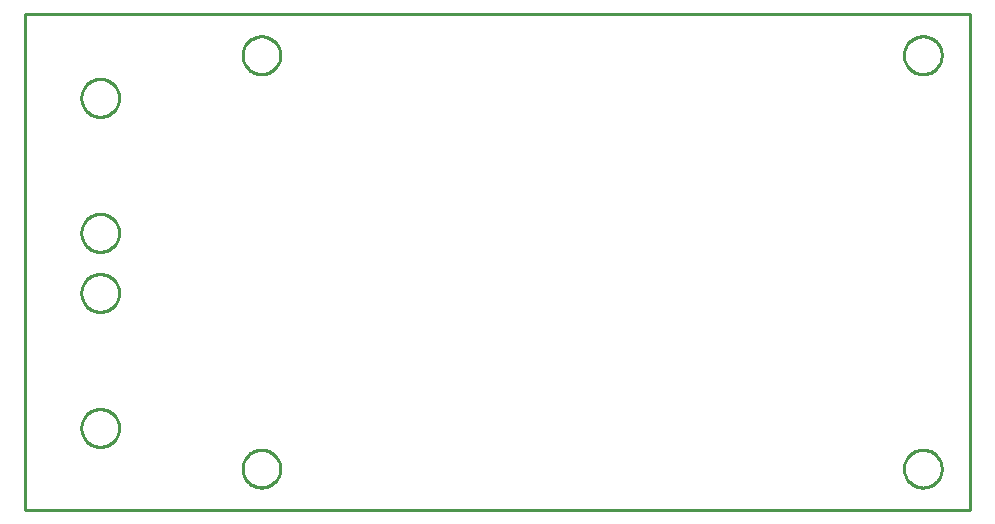
<source format=gbr>
G04 EAGLE Gerber RS-274X export*
G75*
%MOMM*%
%FSLAX34Y34*%
%LPD*%
%IN*%
%IPPOS*%
%AMOC8*
5,1,8,0,0,1.08239X$1,22.5*%
G01*
%ADD10C,0.254000*%


D10*
X0Y0D02*
X800000Y0D01*
X800000Y420000D01*
X0Y420000D01*
X0Y0D01*
X776000Y384476D02*
X775932Y383431D01*
X775795Y382392D01*
X775590Y381365D01*
X775319Y380353D01*
X774983Y379361D01*
X774582Y378393D01*
X774118Y377454D01*
X773595Y376546D01*
X773013Y375675D01*
X772375Y374844D01*
X771684Y374057D01*
X770943Y373316D01*
X770156Y372625D01*
X769325Y371988D01*
X768454Y371406D01*
X767546Y370882D01*
X766607Y370418D01*
X765639Y370017D01*
X764647Y369681D01*
X763635Y369410D01*
X762608Y369205D01*
X761569Y369069D01*
X760524Y369000D01*
X759476Y369000D01*
X758431Y369069D01*
X757392Y369205D01*
X756365Y369410D01*
X755353Y369681D01*
X754361Y370017D01*
X753393Y370418D01*
X752454Y370882D01*
X751546Y371406D01*
X750675Y371988D01*
X749844Y372625D01*
X749057Y373316D01*
X748316Y374057D01*
X747625Y374844D01*
X746988Y375675D01*
X746406Y376546D01*
X745882Y377454D01*
X745418Y378393D01*
X745017Y379361D01*
X744681Y380353D01*
X744410Y381365D01*
X744205Y382392D01*
X744069Y383431D01*
X744000Y384476D01*
X744000Y385524D01*
X744069Y386569D01*
X744205Y387608D01*
X744410Y388635D01*
X744681Y389647D01*
X745017Y390639D01*
X745418Y391607D01*
X745882Y392546D01*
X746406Y393454D01*
X746988Y394325D01*
X747625Y395156D01*
X748316Y395943D01*
X749057Y396684D01*
X749844Y397375D01*
X750675Y398013D01*
X751546Y398595D01*
X752454Y399118D01*
X753393Y399582D01*
X754361Y399983D01*
X755353Y400319D01*
X756365Y400590D01*
X757392Y400795D01*
X758431Y400932D01*
X759476Y401000D01*
X760524Y401000D01*
X761569Y400932D01*
X762608Y400795D01*
X763635Y400590D01*
X764647Y400319D01*
X765639Y399983D01*
X766607Y399582D01*
X767546Y399118D01*
X768454Y398595D01*
X769325Y398013D01*
X770156Y397375D01*
X770943Y396684D01*
X771684Y395943D01*
X772375Y395156D01*
X773013Y394325D01*
X773595Y393454D01*
X774118Y392546D01*
X774582Y391607D01*
X774983Y390639D01*
X775319Y389647D01*
X775590Y388635D01*
X775795Y387608D01*
X775932Y386569D01*
X776000Y385524D01*
X776000Y384476D01*
X776000Y34476D02*
X775932Y33431D01*
X775795Y32392D01*
X775590Y31365D01*
X775319Y30353D01*
X774983Y29361D01*
X774582Y28393D01*
X774118Y27454D01*
X773595Y26546D01*
X773013Y25675D01*
X772375Y24844D01*
X771684Y24057D01*
X770943Y23316D01*
X770156Y22625D01*
X769325Y21988D01*
X768454Y21406D01*
X767546Y20882D01*
X766607Y20418D01*
X765639Y20017D01*
X764647Y19681D01*
X763635Y19410D01*
X762608Y19205D01*
X761569Y19069D01*
X760524Y19000D01*
X759476Y19000D01*
X758431Y19069D01*
X757392Y19205D01*
X756365Y19410D01*
X755353Y19681D01*
X754361Y20017D01*
X753393Y20418D01*
X752454Y20882D01*
X751546Y21406D01*
X750675Y21988D01*
X749844Y22625D01*
X749057Y23316D01*
X748316Y24057D01*
X747625Y24844D01*
X746988Y25675D01*
X746406Y26546D01*
X745882Y27454D01*
X745418Y28393D01*
X745017Y29361D01*
X744681Y30353D01*
X744410Y31365D01*
X744205Y32392D01*
X744069Y33431D01*
X744000Y34476D01*
X744000Y35524D01*
X744069Y36569D01*
X744205Y37608D01*
X744410Y38635D01*
X744681Y39647D01*
X745017Y40639D01*
X745418Y41607D01*
X745882Y42546D01*
X746406Y43454D01*
X746988Y44325D01*
X747625Y45156D01*
X748316Y45943D01*
X749057Y46684D01*
X749844Y47375D01*
X750675Y48013D01*
X751546Y48595D01*
X752454Y49118D01*
X753393Y49582D01*
X754361Y49983D01*
X755353Y50319D01*
X756365Y50590D01*
X757392Y50795D01*
X758431Y50932D01*
X759476Y51000D01*
X760524Y51000D01*
X761569Y50932D01*
X762608Y50795D01*
X763635Y50590D01*
X764647Y50319D01*
X765639Y49983D01*
X766607Y49582D01*
X767546Y49118D01*
X768454Y48595D01*
X769325Y48013D01*
X770156Y47375D01*
X770943Y46684D01*
X771684Y45943D01*
X772375Y45156D01*
X773013Y44325D01*
X773595Y43454D01*
X774118Y42546D01*
X774582Y41607D01*
X774983Y40639D01*
X775319Y39647D01*
X775590Y38635D01*
X775795Y37608D01*
X775932Y36569D01*
X776000Y35524D01*
X776000Y34476D01*
X216000Y384476D02*
X215932Y383431D01*
X215795Y382392D01*
X215590Y381365D01*
X215319Y380353D01*
X214983Y379361D01*
X214582Y378393D01*
X214118Y377454D01*
X213595Y376546D01*
X213013Y375675D01*
X212375Y374844D01*
X211684Y374057D01*
X210943Y373316D01*
X210156Y372625D01*
X209325Y371988D01*
X208454Y371406D01*
X207546Y370882D01*
X206607Y370418D01*
X205639Y370017D01*
X204647Y369681D01*
X203635Y369410D01*
X202608Y369205D01*
X201569Y369069D01*
X200524Y369000D01*
X199476Y369000D01*
X198431Y369069D01*
X197392Y369205D01*
X196365Y369410D01*
X195353Y369681D01*
X194361Y370017D01*
X193393Y370418D01*
X192454Y370882D01*
X191546Y371406D01*
X190675Y371988D01*
X189844Y372625D01*
X189057Y373316D01*
X188316Y374057D01*
X187625Y374844D01*
X186988Y375675D01*
X186406Y376546D01*
X185882Y377454D01*
X185418Y378393D01*
X185017Y379361D01*
X184681Y380353D01*
X184410Y381365D01*
X184205Y382392D01*
X184069Y383431D01*
X184000Y384476D01*
X184000Y385524D01*
X184069Y386569D01*
X184205Y387608D01*
X184410Y388635D01*
X184681Y389647D01*
X185017Y390639D01*
X185418Y391607D01*
X185882Y392546D01*
X186406Y393454D01*
X186988Y394325D01*
X187625Y395156D01*
X188316Y395943D01*
X189057Y396684D01*
X189844Y397375D01*
X190675Y398013D01*
X191546Y398595D01*
X192454Y399118D01*
X193393Y399582D01*
X194361Y399983D01*
X195353Y400319D01*
X196365Y400590D01*
X197392Y400795D01*
X198431Y400932D01*
X199476Y401000D01*
X200524Y401000D01*
X201569Y400932D01*
X202608Y400795D01*
X203635Y400590D01*
X204647Y400319D01*
X205639Y399983D01*
X206607Y399582D01*
X207546Y399118D01*
X208454Y398595D01*
X209325Y398013D01*
X210156Y397375D01*
X210943Y396684D01*
X211684Y395943D01*
X212375Y395156D01*
X213013Y394325D01*
X213595Y393454D01*
X214118Y392546D01*
X214582Y391607D01*
X214983Y390639D01*
X215319Y389647D01*
X215590Y388635D01*
X215795Y387608D01*
X215932Y386569D01*
X216000Y385524D01*
X216000Y384476D01*
X216000Y34476D02*
X215932Y33431D01*
X215795Y32392D01*
X215590Y31365D01*
X215319Y30353D01*
X214983Y29361D01*
X214582Y28393D01*
X214118Y27454D01*
X213595Y26546D01*
X213013Y25675D01*
X212375Y24844D01*
X211684Y24057D01*
X210943Y23316D01*
X210156Y22625D01*
X209325Y21988D01*
X208454Y21406D01*
X207546Y20882D01*
X206607Y20418D01*
X205639Y20017D01*
X204647Y19681D01*
X203635Y19410D01*
X202608Y19205D01*
X201569Y19069D01*
X200524Y19000D01*
X199476Y19000D01*
X198431Y19069D01*
X197392Y19205D01*
X196365Y19410D01*
X195353Y19681D01*
X194361Y20017D01*
X193393Y20418D01*
X192454Y20882D01*
X191546Y21406D01*
X190675Y21988D01*
X189844Y22625D01*
X189057Y23316D01*
X188316Y24057D01*
X187625Y24844D01*
X186988Y25675D01*
X186406Y26546D01*
X185882Y27454D01*
X185418Y28393D01*
X185017Y29361D01*
X184681Y30353D01*
X184410Y31365D01*
X184205Y32392D01*
X184069Y33431D01*
X184000Y34476D01*
X184000Y35524D01*
X184069Y36569D01*
X184205Y37608D01*
X184410Y38635D01*
X184681Y39647D01*
X185017Y40639D01*
X185418Y41607D01*
X185882Y42546D01*
X186406Y43454D01*
X186988Y44325D01*
X187625Y45156D01*
X188316Y45943D01*
X189057Y46684D01*
X189844Y47375D01*
X190675Y48013D01*
X191546Y48595D01*
X192454Y49118D01*
X193393Y49582D01*
X194361Y49983D01*
X195353Y50319D01*
X196365Y50590D01*
X197392Y50795D01*
X198431Y50932D01*
X199476Y51000D01*
X200524Y51000D01*
X201569Y50932D01*
X202608Y50795D01*
X203635Y50590D01*
X204647Y50319D01*
X205639Y49983D01*
X206607Y49582D01*
X207546Y49118D01*
X208454Y48595D01*
X209325Y48013D01*
X210156Y47375D01*
X210943Y46684D01*
X211684Y45943D01*
X212375Y45156D01*
X213013Y44325D01*
X213595Y43454D01*
X214118Y42546D01*
X214582Y41607D01*
X214983Y40639D01*
X215319Y39647D01*
X215590Y38635D01*
X215795Y37608D01*
X215932Y36569D01*
X216000Y35524D01*
X216000Y34476D01*
X62976Y167750D02*
X61931Y167819D01*
X60892Y167955D01*
X59865Y168160D01*
X58853Y168431D01*
X57861Y168767D01*
X56893Y169168D01*
X55954Y169632D01*
X55046Y170156D01*
X54175Y170738D01*
X53344Y171375D01*
X52557Y172066D01*
X51816Y172807D01*
X51125Y173594D01*
X50488Y174425D01*
X49906Y175296D01*
X49382Y176204D01*
X48918Y177143D01*
X48517Y178111D01*
X48181Y179103D01*
X47910Y180115D01*
X47705Y181142D01*
X47569Y182181D01*
X47500Y183226D01*
X47500Y184274D01*
X47569Y185319D01*
X47705Y186358D01*
X47910Y187385D01*
X48181Y188397D01*
X48517Y189389D01*
X48918Y190357D01*
X49382Y191296D01*
X49906Y192204D01*
X50488Y193075D01*
X51125Y193906D01*
X51816Y194693D01*
X52557Y195434D01*
X53344Y196125D01*
X54175Y196763D01*
X55046Y197345D01*
X55954Y197868D01*
X56893Y198332D01*
X57861Y198733D01*
X58853Y199069D01*
X59865Y199340D01*
X60892Y199545D01*
X61931Y199682D01*
X62976Y199750D01*
X64024Y199750D01*
X65069Y199682D01*
X66108Y199545D01*
X67135Y199340D01*
X68147Y199069D01*
X69139Y198733D01*
X70107Y198332D01*
X71046Y197868D01*
X71954Y197345D01*
X72825Y196763D01*
X73656Y196125D01*
X74443Y195434D01*
X75184Y194693D01*
X75875Y193906D01*
X76513Y193075D01*
X77095Y192204D01*
X77618Y191296D01*
X78082Y190357D01*
X78483Y189389D01*
X78819Y188397D01*
X79090Y187385D01*
X79295Y186358D01*
X79432Y185319D01*
X79500Y184274D01*
X79500Y183226D01*
X79432Y182181D01*
X79295Y181142D01*
X79090Y180115D01*
X78819Y179103D01*
X78483Y178111D01*
X78082Y177143D01*
X77618Y176204D01*
X77095Y175296D01*
X76513Y174425D01*
X75875Y173594D01*
X75184Y172807D01*
X74443Y172066D01*
X73656Y171375D01*
X72825Y170738D01*
X71954Y170156D01*
X71046Y169632D01*
X70107Y169168D01*
X69139Y168767D01*
X68147Y168431D01*
X67135Y168160D01*
X66108Y167955D01*
X65069Y167819D01*
X64024Y167750D01*
X62976Y167750D01*
X62976Y53450D02*
X61931Y53519D01*
X60892Y53655D01*
X59865Y53860D01*
X58853Y54131D01*
X57861Y54467D01*
X56893Y54868D01*
X55954Y55332D01*
X55046Y55856D01*
X54175Y56438D01*
X53344Y57075D01*
X52557Y57766D01*
X51816Y58507D01*
X51125Y59294D01*
X50488Y60125D01*
X49906Y60996D01*
X49382Y61904D01*
X48918Y62843D01*
X48517Y63811D01*
X48181Y64803D01*
X47910Y65815D01*
X47705Y66842D01*
X47569Y67881D01*
X47500Y68926D01*
X47500Y69974D01*
X47569Y71019D01*
X47705Y72058D01*
X47910Y73085D01*
X48181Y74097D01*
X48517Y75089D01*
X48918Y76057D01*
X49382Y76996D01*
X49906Y77904D01*
X50488Y78775D01*
X51125Y79606D01*
X51816Y80393D01*
X52557Y81134D01*
X53344Y81825D01*
X54175Y82463D01*
X55046Y83045D01*
X55954Y83568D01*
X56893Y84032D01*
X57861Y84433D01*
X58853Y84769D01*
X59865Y85040D01*
X60892Y85245D01*
X61931Y85382D01*
X62976Y85450D01*
X64024Y85450D01*
X65069Y85382D01*
X66108Y85245D01*
X67135Y85040D01*
X68147Y84769D01*
X69139Y84433D01*
X70107Y84032D01*
X71046Y83568D01*
X71954Y83045D01*
X72825Y82463D01*
X73656Y81825D01*
X74443Y81134D01*
X75184Y80393D01*
X75875Y79606D01*
X76513Y78775D01*
X77095Y77904D01*
X77618Y76996D01*
X78082Y76057D01*
X78483Y75089D01*
X78819Y74097D01*
X79090Y73085D01*
X79295Y72058D01*
X79432Y71019D01*
X79500Y69974D01*
X79500Y68926D01*
X79432Y67881D01*
X79295Y66842D01*
X79090Y65815D01*
X78819Y64803D01*
X78483Y63811D01*
X78082Y62843D01*
X77618Y61904D01*
X77095Y60996D01*
X76513Y60125D01*
X75875Y59294D01*
X75184Y58507D01*
X74443Y57766D01*
X73656Y57075D01*
X72825Y56438D01*
X71954Y55856D01*
X71046Y55332D01*
X70107Y54868D01*
X69139Y54467D01*
X68147Y54131D01*
X67135Y53860D01*
X66108Y53655D01*
X65069Y53519D01*
X64024Y53450D01*
X62976Y53450D01*
X62976Y332950D02*
X61931Y333019D01*
X60892Y333155D01*
X59865Y333360D01*
X58853Y333631D01*
X57861Y333967D01*
X56893Y334368D01*
X55954Y334832D01*
X55046Y335356D01*
X54175Y335938D01*
X53344Y336575D01*
X52557Y337266D01*
X51816Y338007D01*
X51125Y338794D01*
X50488Y339625D01*
X49906Y340496D01*
X49382Y341404D01*
X48918Y342343D01*
X48517Y343311D01*
X48181Y344303D01*
X47910Y345315D01*
X47705Y346342D01*
X47569Y347381D01*
X47500Y348426D01*
X47500Y349474D01*
X47569Y350519D01*
X47705Y351558D01*
X47910Y352585D01*
X48181Y353597D01*
X48517Y354589D01*
X48918Y355557D01*
X49382Y356496D01*
X49906Y357404D01*
X50488Y358275D01*
X51125Y359106D01*
X51816Y359893D01*
X52557Y360634D01*
X53344Y361325D01*
X54175Y361963D01*
X55046Y362545D01*
X55954Y363068D01*
X56893Y363532D01*
X57861Y363933D01*
X58853Y364269D01*
X59865Y364540D01*
X60892Y364745D01*
X61931Y364882D01*
X62976Y364950D01*
X64024Y364950D01*
X65069Y364882D01*
X66108Y364745D01*
X67135Y364540D01*
X68147Y364269D01*
X69139Y363933D01*
X70107Y363532D01*
X71046Y363068D01*
X71954Y362545D01*
X72825Y361963D01*
X73656Y361325D01*
X74443Y360634D01*
X75184Y359893D01*
X75875Y359106D01*
X76513Y358275D01*
X77095Y357404D01*
X77618Y356496D01*
X78082Y355557D01*
X78483Y354589D01*
X78819Y353597D01*
X79090Y352585D01*
X79295Y351558D01*
X79432Y350519D01*
X79500Y349474D01*
X79500Y348426D01*
X79432Y347381D01*
X79295Y346342D01*
X79090Y345315D01*
X78819Y344303D01*
X78483Y343311D01*
X78082Y342343D01*
X77618Y341404D01*
X77095Y340496D01*
X76513Y339625D01*
X75875Y338794D01*
X75184Y338007D01*
X74443Y337266D01*
X73656Y336575D01*
X72825Y335938D01*
X71954Y335356D01*
X71046Y334832D01*
X70107Y334368D01*
X69139Y333967D01*
X68147Y333631D01*
X67135Y333360D01*
X66108Y333155D01*
X65069Y333019D01*
X64024Y332950D01*
X62976Y332950D01*
X62976Y218650D02*
X61931Y218719D01*
X60892Y218855D01*
X59865Y219060D01*
X58853Y219331D01*
X57861Y219667D01*
X56893Y220068D01*
X55954Y220532D01*
X55046Y221056D01*
X54175Y221638D01*
X53344Y222275D01*
X52557Y222966D01*
X51816Y223707D01*
X51125Y224494D01*
X50488Y225325D01*
X49906Y226196D01*
X49382Y227104D01*
X48918Y228043D01*
X48517Y229011D01*
X48181Y230003D01*
X47910Y231015D01*
X47705Y232042D01*
X47569Y233081D01*
X47500Y234126D01*
X47500Y235174D01*
X47569Y236219D01*
X47705Y237258D01*
X47910Y238285D01*
X48181Y239297D01*
X48517Y240289D01*
X48918Y241257D01*
X49382Y242196D01*
X49906Y243104D01*
X50488Y243975D01*
X51125Y244806D01*
X51816Y245593D01*
X52557Y246334D01*
X53344Y247025D01*
X54175Y247663D01*
X55046Y248245D01*
X55954Y248768D01*
X56893Y249232D01*
X57861Y249633D01*
X58853Y249969D01*
X59865Y250240D01*
X60892Y250445D01*
X61931Y250582D01*
X62976Y250650D01*
X64024Y250650D01*
X65069Y250582D01*
X66108Y250445D01*
X67135Y250240D01*
X68147Y249969D01*
X69139Y249633D01*
X70107Y249232D01*
X71046Y248768D01*
X71954Y248245D01*
X72825Y247663D01*
X73656Y247025D01*
X74443Y246334D01*
X75184Y245593D01*
X75875Y244806D01*
X76513Y243975D01*
X77095Y243104D01*
X77618Y242196D01*
X78082Y241257D01*
X78483Y240289D01*
X78819Y239297D01*
X79090Y238285D01*
X79295Y237258D01*
X79432Y236219D01*
X79500Y235174D01*
X79500Y234126D01*
X79432Y233081D01*
X79295Y232042D01*
X79090Y231015D01*
X78819Y230003D01*
X78483Y229011D01*
X78082Y228043D01*
X77618Y227104D01*
X77095Y226196D01*
X76513Y225325D01*
X75875Y224494D01*
X75184Y223707D01*
X74443Y222966D01*
X73656Y222275D01*
X72825Y221638D01*
X71954Y221056D01*
X71046Y220532D01*
X70107Y220068D01*
X69139Y219667D01*
X68147Y219331D01*
X67135Y219060D01*
X66108Y218855D01*
X65069Y218719D01*
X64024Y218650D01*
X62976Y218650D01*
M02*

</source>
